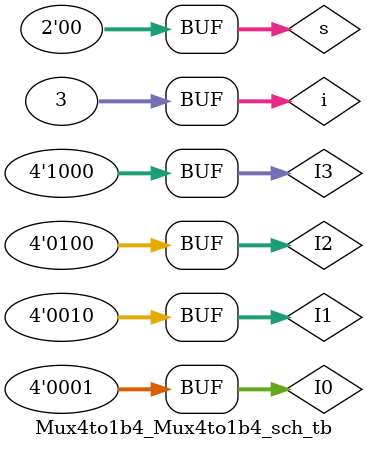
<source format=v>

`timescale 1ns / 1ps

module Mux4to1b4_Mux4to1b4_sch_tb();

// Inputs
   reg [3:0] I0;
   reg [3:0] I1;
   reg [3:0] I2;
   reg [3:0] I3;
   reg [1:0] s;

// Output
   wire [3:0] o;

// Bidirs

// Instantiate the UUT
   Mux4to1b4 UUT (
		.I0(I0), 
		.I1(I1), 
		.I2(I2), 
		.I3(I3), 
		.o(o), 
		.s(s)
   );
// Initialize Inputs
   integer i = 0;
       initial begin
		I0 = 4'b 0001;
		I1 = 4'b 0010;
		I2 = 4'b 0100;
		I3 = 4'b 1000;
		s = 0;
		for (i=0;i<=2;i=i+1)begin
		#50 s=i+1;
		end
		#50 s=0;
		end 
   //`endif
endmodule

</source>
